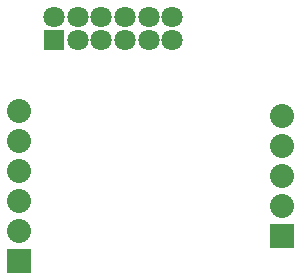
<source format=gbs>
G04 (created by PCBNEW-RS274X (2011-11-27 BZR 3249)-stable) date 10/09/2012 4:21:53 p.m.*
G01*
G70*
G90*
%MOIN*%
G04 Gerber Fmt 3.4, Leading zero omitted, Abs format*
%FSLAX34Y34*%
G04 APERTURE LIST*
%ADD10C,0.006000*%
%ADD11R,0.080000X0.080000*%
%ADD12C,0.080000*%
%ADD13R,0.071200X0.071200*%
%ADD14C,0.071200*%
G04 APERTURE END LIST*
G54D10*
G54D11*
X31989Y-14814D03*
G54D12*
X31989Y-13814D03*
X31989Y-12814D03*
X31989Y-11814D03*
X31989Y-10814D03*
G54D11*
X23228Y-15650D03*
G54D12*
X23228Y-14650D03*
X23228Y-13650D03*
X23228Y-12650D03*
X23228Y-11650D03*
X23228Y-10650D03*
G54D13*
X24390Y-08287D03*
G54D14*
X24390Y-07499D03*
X25178Y-08287D03*
X25178Y-07499D03*
X25965Y-08287D03*
X25965Y-07499D03*
X26753Y-08287D03*
X26753Y-07499D03*
X27540Y-08287D03*
X27540Y-07499D03*
X28328Y-08287D03*
X28328Y-07499D03*
M02*

</source>
